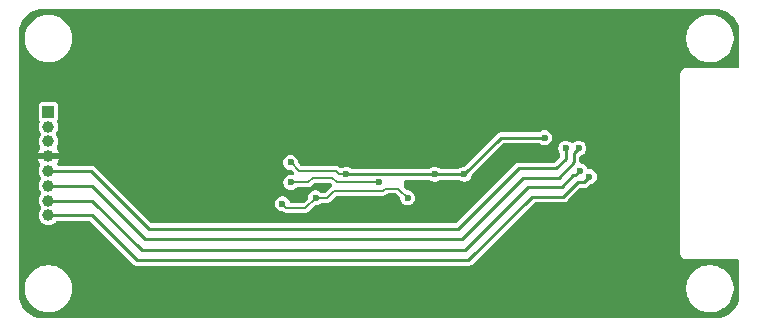
<source format=gbr>
%TF.GenerationSoftware,KiCad,Pcbnew,9.0.1+1*%
%TF.CreationDate,2025-05-28T20:00:13+08:00*%
%TF.ProjectId,audio_lab,61756469-6f5f-46c6-9162-2e6b69636164,rev?*%
%TF.SameCoordinates,Original*%
%TF.FileFunction,Copper,L2,Bot*%
%TF.FilePolarity,Positive*%
%FSLAX46Y46*%
G04 Gerber Fmt 4.6, Leading zero omitted, Abs format (unit mm)*
G04 Created by KiCad (PCBNEW 9.0.1+1) date 2025-05-28 20:00:13*
%MOMM*%
%LPD*%
G01*
G04 APERTURE LIST*
%TA.AperFunction,ComponentPad*%
%ADD10R,1.000000X1.000000*%
%TD*%
%TA.AperFunction,ComponentPad*%
%ADD11C,1.000000*%
%TD*%
%TA.AperFunction,ViaPad*%
%ADD12C,0.600000*%
%TD*%
%TA.AperFunction,Conductor*%
%ADD13C,0.152400*%
%TD*%
%TA.AperFunction,Conductor*%
%ADD14C,0.254000*%
%TD*%
G04 APERTURE END LIST*
D10*
%TO.P,J2,1,Pin_1*%
%TO.N,/AFE/AUD_CLK*%
X52600000Y-51325000D03*
D11*
%TO.P,J2,2,Pin_2*%
%TO.N,/AFE/AUD_DAT*%
X52600000Y-52575000D03*
%TO.P,J2,3,Pin_3*%
%TO.N,+3V3*%
X52600000Y-53825000D03*
%TO.P,J2,4,Pin_4*%
%TO.N,GND*%
X52600000Y-55075000D03*
%TO.P,J2,5,Pin_5*%
%TO.N,/AFE/LCD_CS*%
X52600000Y-56325000D03*
%TO.P,J2,6,Pin_6*%
%TO.N,/AFE/LCD_DC*%
X52600000Y-57575000D03*
%TO.P,J2,7,Pin_7*%
%TO.N,/AFE/LCD_CLK*%
X52600000Y-58825000D03*
%TO.P,J2,8,Pin_8*%
%TO.N,/AFE/LCD_DAT*%
X52600000Y-60075000D03*
%TD*%
D12*
%TO.N,GND*%
X97700000Y-58100000D03*
X80600000Y-43500000D03*
X73100000Y-43500000D03*
X83110000Y-50000000D03*
X80600000Y-67900000D03*
X94100000Y-62600000D03*
X98100000Y-47400000D03*
X98100000Y-64100000D03*
X81710000Y-58600000D03*
X95600000Y-43500000D03*
X73110000Y-50000000D03*
X73910000Y-58600000D03*
X87800000Y-54500000D03*
X80610000Y-50000000D03*
X87800000Y-59100000D03*
X83810000Y-53400000D03*
X103100000Y-50800000D03*
X76010000Y-57700000D03*
X103100000Y-43500000D03*
X58100000Y-50800000D03*
X83510000Y-57700000D03*
X65600000Y-67900000D03*
X72410000Y-46600000D03*
X52600000Y-48300000D03*
X88100000Y-43500000D03*
X88100000Y-67900000D03*
X103100000Y-67900000D03*
X80620000Y-55600000D03*
X101700000Y-57950000D03*
X75610000Y-50000000D03*
X84410000Y-46500000D03*
X78210000Y-46500000D03*
X58100000Y-43500000D03*
X94100000Y-54800000D03*
X95600000Y-67900000D03*
X65600000Y-43500000D03*
X72410000Y-52400000D03*
X79800000Y-59100000D03*
X103100000Y-60600000D03*
X52600000Y-63100000D03*
X58100000Y-67900000D03*
X73100000Y-67900000D03*
X76310000Y-53400000D03*
X94100000Y-52000000D03*
X94100000Y-59600000D03*
X94100000Y-64100000D03*
%TO.N,+3V3*%
X85310000Y-56600000D03*
X73100000Y-55600000D03*
X77810000Y-56600000D03*
X94600000Y-53500000D03*
X87800000Y-56600000D03*
%TO.N,/AFE/LCD_CLK*%
X97600000Y-56300000D03*
%TO.N,/AFE/LCD_CS*%
X96400000Y-54400000D03*
%TO.N,/AFE/LCD_DAT*%
X98400000Y-56800000D03*
%TO.N,/AFE/LCD_DC*%
X97500000Y-54400000D03*
%TO.N,/AFE/AUD_CLK*%
X73110000Y-57300000D03*
X80620000Y-57300000D03*
%TO.N,/AFE/AUD_DAT*%
X75210000Y-58600000D03*
X83010000Y-58600000D03*
X72400000Y-59100000D03*
%TD*%
D13*
%TO.N,+3V3*%
X73110000Y-55600000D02*
X73810000Y-56300000D01*
D14*
X94600000Y-53500000D02*
X90900000Y-53500000D01*
D13*
X77210000Y-56600000D02*
X77810000Y-56600000D01*
D14*
X77810000Y-56600000D02*
X85310000Y-56600000D01*
D13*
X73810000Y-56300000D02*
X76910000Y-56300000D01*
D14*
X85310000Y-56600000D02*
X87800000Y-56600000D01*
X90900000Y-53500000D02*
X87800000Y-56600000D01*
D13*
X76910000Y-56300000D02*
X77210000Y-56600000D01*
D14*
%TO.N,/AFE/LCD_CLK*%
X97600000Y-56300000D02*
X97200000Y-56700000D01*
X87900000Y-63000000D02*
X60500000Y-63000000D01*
X60500000Y-63000000D02*
X56325000Y-58825000D01*
X93200000Y-57700000D02*
X87900000Y-63000000D01*
X97050000Y-56700000D02*
X96050000Y-57700000D01*
X97200000Y-56700000D02*
X97050000Y-56700000D01*
X56325000Y-58825000D02*
X52600000Y-58825000D01*
X96050000Y-57700000D02*
X93200000Y-57700000D01*
%TO.N,/AFE/LCD_CS*%
X61100000Y-61200000D02*
X56225000Y-56325000D01*
X56225000Y-56325000D02*
X52600000Y-56325000D01*
X87300000Y-61200000D02*
X61100000Y-61200000D01*
X95600000Y-56100000D02*
X92400000Y-56100000D01*
X92400000Y-56100000D02*
X87300000Y-61200000D01*
X96400000Y-54400000D02*
X96400000Y-55300000D01*
X96400000Y-55300000D02*
X95600000Y-56100000D01*
%TO.N,/AFE/LCD_DAT*%
X88150000Y-63900000D02*
X93550000Y-58500000D01*
X97400000Y-57300000D02*
X97900000Y-57300000D01*
X56275002Y-60075000D02*
X60100002Y-63900000D01*
X97900000Y-57300000D02*
X98400000Y-56800000D01*
X96200000Y-58500000D02*
X97400000Y-57300000D01*
X52600000Y-60075000D02*
X56275002Y-60075000D01*
X93550000Y-58500000D02*
X96200000Y-58500000D01*
X60100002Y-63900000D02*
X88150000Y-63900000D01*
%TO.N,/AFE/LCD_DC*%
X87600000Y-62100000D02*
X92800000Y-56900000D01*
X97100000Y-55600000D02*
X97100000Y-54800000D01*
X56275000Y-57575000D02*
X60800000Y-62100000D01*
X97100000Y-54800000D02*
X97500000Y-54400000D01*
X92800000Y-56900000D02*
X95800000Y-56900000D01*
X95800000Y-56900000D02*
X97100000Y-55600000D01*
X60800000Y-62100000D02*
X87600000Y-62100000D01*
X52600000Y-57575000D02*
X56275000Y-57575000D01*
D13*
%TO.N,/AFE/AUD_CLK*%
X74600000Y-57300000D02*
X75000000Y-56900000D01*
X73110000Y-57300000D02*
X74600000Y-57300000D01*
X77010000Y-57300000D02*
X80620000Y-57300000D01*
X75000000Y-56900000D02*
X76610000Y-56900000D01*
X76610000Y-56900000D02*
X77010000Y-57300000D01*
%TO.N,/AFE/AUD_DAT*%
X72400000Y-59100000D02*
X72750000Y-59450000D01*
X74360000Y-59450000D02*
X75210000Y-58600000D01*
X80910000Y-58000000D02*
X81087200Y-57822800D01*
X76200000Y-58600000D02*
X76800000Y-58000000D01*
X72750000Y-59450000D02*
X74360000Y-59450000D01*
X81087200Y-57822800D02*
X82232800Y-57822800D01*
X82232800Y-57822800D02*
X83010000Y-58600000D01*
X75210000Y-58600000D02*
X76200000Y-58600000D01*
X76800000Y-58000000D02*
X80910000Y-58000000D01*
%TD*%
%TA.AperFunction,Conductor*%
%TO.N,GND*%
G36*
X109104866Y-42600818D02*
G01*
X109351246Y-42616967D01*
X109370562Y-42619510D01*
X109607934Y-42666726D01*
X109626752Y-42671769D01*
X109855932Y-42749566D01*
X109873938Y-42757024D01*
X110090990Y-42864062D01*
X110107869Y-42873807D01*
X110309100Y-43008266D01*
X110324557Y-43020126D01*
X110506528Y-43179710D01*
X110520289Y-43193471D01*
X110679869Y-43375437D01*
X110691733Y-43390899D01*
X110826192Y-43592130D01*
X110835937Y-43609009D01*
X110942975Y-43826061D01*
X110950433Y-43844067D01*
X111028230Y-44073247D01*
X111033275Y-44092074D01*
X111080488Y-44329434D01*
X111083032Y-44348757D01*
X111099181Y-44595133D01*
X111099500Y-44604878D01*
X111099500Y-47450500D01*
X111079538Y-47525000D01*
X111025000Y-47579538D01*
X110950500Y-47599500D01*
X106665892Y-47599500D01*
X106534108Y-47599500D01*
X106406814Y-47633608D01*
X106406812Y-47633608D01*
X106406812Y-47633609D01*
X106292689Y-47699497D01*
X106199497Y-47792689D01*
X106133609Y-47906812D01*
X106099500Y-48034106D01*
X106099500Y-48034108D01*
X106099500Y-63234108D01*
X106099500Y-63365892D01*
X106133608Y-63493186D01*
X106133609Y-63493187D01*
X106199497Y-63607310D01*
X106199498Y-63607311D01*
X106199500Y-63607314D01*
X106292686Y-63700500D01*
X106406814Y-63766392D01*
X106534108Y-63800500D01*
X110950500Y-63800500D01*
X111025000Y-63820462D01*
X111079538Y-63875000D01*
X111099500Y-63949500D01*
X111099500Y-66795121D01*
X111099181Y-66804866D01*
X111083032Y-67051242D01*
X111080488Y-67070565D01*
X111033275Y-67307925D01*
X111028230Y-67326752D01*
X110950433Y-67555932D01*
X110942975Y-67573938D01*
X110835937Y-67790990D01*
X110826192Y-67807869D01*
X110691733Y-68009100D01*
X110679869Y-68024562D01*
X110520300Y-68206517D01*
X110506517Y-68220300D01*
X110324562Y-68379869D01*
X110309100Y-68391733D01*
X110107869Y-68526192D01*
X110090990Y-68535937D01*
X109873938Y-68642975D01*
X109855932Y-68650433D01*
X109626752Y-68728230D01*
X109607925Y-68733275D01*
X109370565Y-68780488D01*
X109351243Y-68783032D01*
X109127312Y-68797709D01*
X109104865Y-68799181D01*
X109095122Y-68799500D01*
X52104878Y-68799500D01*
X52095133Y-68799181D01*
X51848757Y-68783032D01*
X51829434Y-68780488D01*
X51592074Y-68733275D01*
X51573247Y-68728230D01*
X51344067Y-68650433D01*
X51326061Y-68642975D01*
X51109009Y-68535937D01*
X51092130Y-68526192D01*
X50890899Y-68391733D01*
X50875437Y-68379869D01*
X50693471Y-68220289D01*
X50679710Y-68206528D01*
X50520126Y-68024557D01*
X50508266Y-68009100D01*
X50373807Y-67807869D01*
X50364062Y-67790990D01*
X50257024Y-67573938D01*
X50249566Y-67555932D01*
X50171769Y-67326752D01*
X50166726Y-67307934D01*
X50119510Y-67070562D01*
X50116967Y-67051242D01*
X50109965Y-66944416D01*
X50100819Y-66804866D01*
X50100500Y-66795121D01*
X50100500Y-66168876D01*
X50599500Y-66168876D01*
X50599500Y-66431123D01*
X50633728Y-66691107D01*
X50633728Y-66691110D01*
X50701600Y-66944415D01*
X50701600Y-66944416D01*
X50801959Y-67186701D01*
X50933078Y-67413806D01*
X50933078Y-67413807D01*
X51092715Y-67621848D01*
X51278151Y-67807284D01*
X51486193Y-67966921D01*
X51486197Y-67966924D01*
X51713303Y-68098043D01*
X51917809Y-68182752D01*
X51955583Y-68198399D01*
X52013286Y-68213860D01*
X52208884Y-68266270D01*
X52208890Y-68266270D01*
X52208891Y-68266271D01*
X52245834Y-68271134D01*
X52468877Y-68300499D01*
X52468878Y-68300500D01*
X52468880Y-68300500D01*
X52731122Y-68300500D01*
X52731122Y-68300499D01*
X52991108Y-68266271D01*
X52991110Y-68266271D01*
X52991111Y-68266270D01*
X52991116Y-68266270D01*
X53244415Y-68198399D01*
X53244416Y-68198399D01*
X53244417Y-68198398D01*
X53244419Y-68198398D01*
X53486697Y-68098043D01*
X53713803Y-67966924D01*
X53921848Y-67807284D01*
X53921849Y-67807284D01*
X54107284Y-67621849D01*
X54107284Y-67621848D01*
X54150771Y-67565176D01*
X54266924Y-67413803D01*
X54398043Y-67186697D01*
X54498398Y-66944419D01*
X54566270Y-66691116D01*
X54600500Y-66431120D01*
X54600500Y-66168880D01*
X54600499Y-66168876D01*
X106599500Y-66168876D01*
X106599500Y-66431123D01*
X106633728Y-66691107D01*
X106633728Y-66691110D01*
X106701600Y-66944415D01*
X106701600Y-66944416D01*
X106801959Y-67186701D01*
X106933078Y-67413806D01*
X106933078Y-67413807D01*
X107092715Y-67621848D01*
X107278151Y-67807284D01*
X107486193Y-67966921D01*
X107486197Y-67966924D01*
X107713303Y-68098043D01*
X107917809Y-68182752D01*
X107955583Y-68198399D01*
X108013286Y-68213860D01*
X108208884Y-68266270D01*
X108208890Y-68266270D01*
X108208891Y-68266271D01*
X108245834Y-68271134D01*
X108468877Y-68300499D01*
X108468878Y-68300500D01*
X108468880Y-68300500D01*
X108731122Y-68300500D01*
X108731122Y-68300499D01*
X108991108Y-68266271D01*
X108991110Y-68266271D01*
X108991111Y-68266270D01*
X108991116Y-68266270D01*
X109244415Y-68198399D01*
X109244416Y-68198399D01*
X109244417Y-68198398D01*
X109244419Y-68198398D01*
X109486697Y-68098043D01*
X109713803Y-67966924D01*
X109921848Y-67807284D01*
X109921849Y-67807284D01*
X110107284Y-67621849D01*
X110107284Y-67621848D01*
X110150771Y-67565176D01*
X110266924Y-67413803D01*
X110398043Y-67186697D01*
X110498398Y-66944419D01*
X110566270Y-66691116D01*
X110600500Y-66431120D01*
X110600500Y-66168880D01*
X110566270Y-65908884D01*
X110523242Y-65748302D01*
X110498399Y-65655584D01*
X110498399Y-65655583D01*
X110482752Y-65617809D01*
X110398043Y-65413303D01*
X110266924Y-65186197D01*
X110266921Y-65186193D01*
X110266921Y-65186192D01*
X110107284Y-64978151D01*
X109921848Y-64792715D01*
X109713806Y-64633078D01*
X109486701Y-64501959D01*
X109486699Y-64501958D01*
X109486697Y-64501957D01*
X109411154Y-64470666D01*
X109244416Y-64401600D01*
X109018255Y-64341002D01*
X108991116Y-64333730D01*
X108991114Y-64333729D01*
X108991108Y-64333728D01*
X108731123Y-64299500D01*
X108731120Y-64299500D01*
X108468880Y-64299500D01*
X108468876Y-64299500D01*
X108208892Y-64333728D01*
X108208889Y-64333728D01*
X107955584Y-64401600D01*
X107955583Y-64401600D01*
X107713298Y-64501959D01*
X107486193Y-64633078D01*
X107486192Y-64633078D01*
X107278151Y-64792715D01*
X107278151Y-64792716D01*
X107278149Y-64792718D01*
X107092718Y-64978149D01*
X107092716Y-64978151D01*
X107092715Y-64978151D01*
X106933078Y-65186192D01*
X106933078Y-65186193D01*
X106801959Y-65413298D01*
X106701600Y-65655583D01*
X106701600Y-65655584D01*
X106633728Y-65908889D01*
X106633728Y-65908892D01*
X106599500Y-66168876D01*
X54600499Y-66168876D01*
X54566270Y-65908884D01*
X54523242Y-65748302D01*
X54498399Y-65655584D01*
X54498399Y-65655583D01*
X54482752Y-65617809D01*
X54398043Y-65413303D01*
X54266924Y-65186197D01*
X54266921Y-65186193D01*
X54266921Y-65186192D01*
X54107284Y-64978151D01*
X53921848Y-64792715D01*
X53713806Y-64633078D01*
X53486701Y-64501959D01*
X53486699Y-64501958D01*
X53486697Y-64501957D01*
X53411154Y-64470666D01*
X53244416Y-64401600D01*
X53018255Y-64341002D01*
X52991116Y-64333730D01*
X52991114Y-64333729D01*
X52991108Y-64333728D01*
X52731123Y-64299500D01*
X52731120Y-64299500D01*
X52468880Y-64299500D01*
X52468876Y-64299500D01*
X52208892Y-64333728D01*
X52208889Y-64333728D01*
X51955584Y-64401600D01*
X51955583Y-64401600D01*
X51713298Y-64501959D01*
X51486193Y-64633078D01*
X51486192Y-64633078D01*
X51278151Y-64792715D01*
X51278151Y-64792716D01*
X51278149Y-64792718D01*
X51092718Y-64978149D01*
X51092716Y-64978151D01*
X51092715Y-64978151D01*
X50933078Y-65186192D01*
X50933078Y-65186193D01*
X50801959Y-65413298D01*
X50701600Y-65655583D01*
X50701600Y-65655584D01*
X50633728Y-65908889D01*
X50633728Y-65908892D01*
X50599500Y-66168876D01*
X50100500Y-66168876D01*
X50100500Y-54824999D01*
X51681115Y-54824999D01*
X51681116Y-54825000D01*
X52433012Y-54825000D01*
X52415795Y-54834940D01*
X52359940Y-54890795D01*
X52320444Y-54959204D01*
X52300000Y-55035504D01*
X52300000Y-55114496D01*
X52320444Y-55190796D01*
X52359940Y-55259205D01*
X52415795Y-55315060D01*
X52433012Y-55325000D01*
X51681116Y-55325000D01*
X51686507Y-55352100D01*
X51686509Y-55352108D01*
X51758118Y-55524989D01*
X51758123Y-55524998D01*
X51862086Y-55680588D01*
X51862090Y-55680593D01*
X51877325Y-55695828D01*
X51915889Y-55762623D01*
X51915889Y-55839751D01*
X51895855Y-55883967D01*
X51864024Y-55931605D01*
X51864018Y-55931615D01*
X51801415Y-56082753D01*
X51769500Y-56243203D01*
X51769500Y-56406796D01*
X51801415Y-56567246D01*
X51864018Y-56718384D01*
X51864023Y-56718394D01*
X51924820Y-56809381D01*
X51954909Y-56854413D01*
X51954911Y-56854415D01*
X51955787Y-56855483D01*
X51956129Y-56856238D01*
X51958976Y-56860499D01*
X51958272Y-56860969D01*
X51987614Y-56925739D01*
X51980048Y-57002495D01*
X51958764Y-57039359D01*
X51958976Y-57039501D01*
X51956820Y-57042727D01*
X51955787Y-57044517D01*
X51954911Y-57045584D01*
X51864023Y-57181605D01*
X51864018Y-57181615D01*
X51801415Y-57332753D01*
X51769500Y-57493203D01*
X51769500Y-57656796D01*
X51801415Y-57817246D01*
X51864018Y-57968384D01*
X51864023Y-57968394D01*
X51924820Y-58059381D01*
X51954909Y-58104413D01*
X51954911Y-58104415D01*
X51955787Y-58105483D01*
X51956129Y-58106238D01*
X51958976Y-58110499D01*
X51958272Y-58110969D01*
X51987614Y-58175739D01*
X51980048Y-58252495D01*
X51958764Y-58289359D01*
X51958976Y-58289501D01*
X51956820Y-58292727D01*
X51955787Y-58294517D01*
X51954911Y-58295584D01*
X51864023Y-58431605D01*
X51864018Y-58431615D01*
X51801415Y-58582753D01*
X51769500Y-58743203D01*
X51769500Y-58906797D01*
X51773384Y-58926322D01*
X51801415Y-59067246D01*
X51864018Y-59218384D01*
X51864023Y-59218394D01*
X51924820Y-59309381D01*
X51954909Y-59354413D01*
X51954911Y-59354415D01*
X51955787Y-59355483D01*
X51956129Y-59356238D01*
X51958976Y-59360499D01*
X51958272Y-59360969D01*
X51987614Y-59425739D01*
X51980048Y-59502495D01*
X51958764Y-59539359D01*
X51958976Y-59539501D01*
X51956820Y-59542727D01*
X51955787Y-59544517D01*
X51954911Y-59545584D01*
X51864023Y-59681605D01*
X51864018Y-59681615D01*
X51801415Y-59832753D01*
X51769500Y-59993203D01*
X51769500Y-60156796D01*
X51801415Y-60317246D01*
X51864018Y-60468384D01*
X51864023Y-60468394D01*
X51936018Y-60576141D01*
X51954909Y-60604413D01*
X52070587Y-60720091D01*
X52104125Y-60742500D01*
X52206605Y-60810976D01*
X52206615Y-60810981D01*
X52250881Y-60829316D01*
X52357752Y-60873584D01*
X52518203Y-60905500D01*
X52518204Y-60905500D01*
X52681796Y-60905500D01*
X52681797Y-60905500D01*
X52842248Y-60873584D01*
X52993389Y-60810979D01*
X52993391Y-60810977D01*
X52993394Y-60810976D01*
X53021038Y-60792504D01*
X53129413Y-60720091D01*
X53245091Y-60604413D01*
X53248898Y-60598716D01*
X53306887Y-60547864D01*
X53372784Y-60532500D01*
X56023781Y-60532500D01*
X56098281Y-60552462D01*
X56129140Y-60576141D01*
X59819090Y-64266091D01*
X59819092Y-64266092D01*
X59819096Y-64266095D01*
X59923412Y-64326322D01*
X59923415Y-64326324D01*
X60039765Y-64357499D01*
X60039769Y-64357499D01*
X60039771Y-64357500D01*
X60039773Y-64357500D01*
X88210231Y-64357500D01*
X88326589Y-64326322D01*
X88430912Y-64266091D01*
X88516091Y-64180912D01*
X93695862Y-59001141D01*
X93762657Y-58962577D01*
X93801221Y-58957500D01*
X96260231Y-58957500D01*
X96376589Y-58926322D01*
X96480912Y-58866091D01*
X96566091Y-58780912D01*
X97545862Y-57801141D01*
X97612657Y-57762577D01*
X97651221Y-57757500D01*
X97960231Y-57757500D01*
X98076589Y-57726322D01*
X98180912Y-57666091D01*
X98266091Y-57580912D01*
X98266091Y-57580911D01*
X98287039Y-57559964D01*
X98287043Y-57559958D01*
X98373825Y-57473177D01*
X98440619Y-57434615D01*
X98454936Y-57432010D01*
X98454920Y-57431928D01*
X98462099Y-57430500D01*
X98583910Y-57406271D01*
X98698654Y-57358742D01*
X98801920Y-57289742D01*
X98889742Y-57201920D01*
X98958742Y-57098654D01*
X99006271Y-56983910D01*
X99030500Y-56862099D01*
X99030500Y-56737901D01*
X99006271Y-56616090D01*
X98958742Y-56501346D01*
X98889742Y-56398080D01*
X98801920Y-56310258D01*
X98698654Y-56241258D01*
X98698651Y-56241257D01*
X98698649Y-56241255D01*
X98614186Y-56206270D01*
X98583910Y-56193729D01*
X98583908Y-56193728D01*
X98583907Y-56193728D01*
X98462099Y-56169500D01*
X98337901Y-56169500D01*
X98330582Y-56169500D01*
X98330582Y-56167046D01*
X98266514Y-56156445D01*
X98206911Y-56107495D01*
X98190397Y-56077767D01*
X98158745Y-56001353D01*
X98158744Y-56001352D01*
X98158742Y-56001346D01*
X98089742Y-55898080D01*
X98001920Y-55810258D01*
X97898654Y-55741258D01*
X97898651Y-55741257D01*
X97898649Y-55741255D01*
X97788977Y-55695828D01*
X97783910Y-55693729D01*
X97783908Y-55693728D01*
X97677431Y-55672549D01*
X97608257Y-55638436D01*
X97565407Y-55574306D01*
X97557500Y-55526412D01*
X97557500Y-55153696D01*
X97577462Y-55079196D01*
X97632000Y-55024658D01*
X97677434Y-55007559D01*
X97683910Y-55006271D01*
X97798654Y-54958742D01*
X97901920Y-54889742D01*
X97989742Y-54801920D01*
X98058742Y-54698654D01*
X98106271Y-54583910D01*
X98130500Y-54462099D01*
X98130500Y-54337901D01*
X98106271Y-54216090D01*
X98058742Y-54101346D01*
X97989742Y-53998080D01*
X97901920Y-53910258D01*
X97798654Y-53841258D01*
X97798651Y-53841257D01*
X97798649Y-53841255D01*
X97719294Y-53808385D01*
X97683910Y-53793729D01*
X97683908Y-53793728D01*
X97683907Y-53793728D01*
X97562099Y-53769500D01*
X97437901Y-53769500D01*
X97316092Y-53793728D01*
X97316090Y-53793729D01*
X97201350Y-53841255D01*
X97201346Y-53841258D01*
X97103262Y-53906796D01*
X97098076Y-53910261D01*
X97055359Y-53952979D01*
X96988564Y-53991543D01*
X96911436Y-53991543D01*
X96844641Y-53952979D01*
X96801923Y-53910261D01*
X96801920Y-53910258D01*
X96698654Y-53841258D01*
X96698651Y-53841257D01*
X96698649Y-53841255D01*
X96619294Y-53808385D01*
X96583910Y-53793729D01*
X96583908Y-53793728D01*
X96583907Y-53793728D01*
X96462099Y-53769500D01*
X96337901Y-53769500D01*
X96216092Y-53793728D01*
X96216090Y-53793729D01*
X96101350Y-53841255D01*
X96101346Y-53841258D01*
X96003262Y-53906796D01*
X95998076Y-53910261D01*
X95910261Y-53998076D01*
X95841258Y-54101346D01*
X95841255Y-54101350D01*
X95793729Y-54216090D01*
X95793728Y-54216092D01*
X95769500Y-54337900D01*
X95769500Y-54462099D01*
X95793728Y-54583907D01*
X95793729Y-54583909D01*
X95841255Y-54698649D01*
X95841257Y-54698651D01*
X95841258Y-54698654D01*
X95910258Y-54801920D01*
X95910261Y-54801923D01*
X95914325Y-54808005D01*
X95912774Y-54809040D01*
X95913782Y-54811263D01*
X95922538Y-54820019D01*
X95929464Y-54845868D01*
X95940508Y-54870238D01*
X95942500Y-54894519D01*
X95942500Y-55048779D01*
X95922538Y-55123279D01*
X95898859Y-55154138D01*
X95454138Y-55598859D01*
X95387343Y-55637423D01*
X95348779Y-55642500D01*
X92339769Y-55642500D01*
X92223411Y-55673678D01*
X92223409Y-55673678D01*
X92223409Y-55673679D01*
X92132229Y-55726322D01*
X92132228Y-55726322D01*
X92119094Y-55733904D01*
X92119090Y-55733907D01*
X87154138Y-60698859D01*
X87087343Y-60737423D01*
X87048779Y-60742500D01*
X61351221Y-60742500D01*
X61276721Y-60722538D01*
X61245862Y-60698859D01*
X59682943Y-59135940D01*
X59584903Y-59037900D01*
X71769500Y-59037900D01*
X71769500Y-59162099D01*
X71793728Y-59283907D01*
X71793729Y-59283909D01*
X71841255Y-59398649D01*
X71841257Y-59398651D01*
X71841258Y-59398654D01*
X71910258Y-59501920D01*
X71998080Y-59589742D01*
X72101346Y-59658742D01*
X72101348Y-59658743D01*
X72101350Y-59658744D01*
X72130662Y-59670885D01*
X72216090Y-59706271D01*
X72337901Y-59730500D01*
X72393621Y-59730500D01*
X72468121Y-59750462D01*
X72477136Y-59756105D01*
X72488918Y-59764079D01*
X72500280Y-59775441D01*
X72532578Y-59794088D01*
X72537198Y-59796755D01*
X72537202Y-59796758D01*
X72593016Y-59828982D01*
X72593020Y-59828984D01*
X72696457Y-59856700D01*
X74413544Y-59856700D01*
X74516981Y-59828984D01*
X74609720Y-59775441D01*
X75111019Y-59274140D01*
X75177814Y-59235577D01*
X75216378Y-59230500D01*
X75272099Y-59230500D01*
X75393910Y-59206271D01*
X75508654Y-59158742D01*
X75611920Y-59089742D01*
X75651321Y-59050341D01*
X75718116Y-59011777D01*
X75756680Y-59006700D01*
X76253544Y-59006700D01*
X76356981Y-58978984D01*
X76449720Y-58925441D01*
X76924820Y-58450341D01*
X76991615Y-58411777D01*
X77030179Y-58406700D01*
X80963544Y-58406700D01*
X81066981Y-58378984D01*
X81159720Y-58325441D01*
X81212021Y-58273140D01*
X81278816Y-58234577D01*
X81317379Y-58229500D01*
X82002621Y-58229500D01*
X82077121Y-58249462D01*
X82107980Y-58273141D01*
X82335859Y-58501020D01*
X82374423Y-58567815D01*
X82379500Y-58606379D01*
X82379500Y-58662099D01*
X82403132Y-58780912D01*
X82403729Y-58783910D01*
X82410953Y-58801350D01*
X82451255Y-58898649D01*
X82451257Y-58898651D01*
X82451258Y-58898654D01*
X82520258Y-59001920D01*
X82608080Y-59089742D01*
X82711346Y-59158742D01*
X82711348Y-59158743D01*
X82711350Y-59158744D01*
X82719450Y-59162099D01*
X82826090Y-59206271D01*
X82947901Y-59230500D01*
X83072099Y-59230500D01*
X83193910Y-59206271D01*
X83308654Y-59158742D01*
X83411920Y-59089742D01*
X83499742Y-59001920D01*
X83568742Y-58898654D01*
X83616271Y-58783910D01*
X83640500Y-58662099D01*
X83640500Y-58537901D01*
X83616271Y-58416090D01*
X83578067Y-58323859D01*
X83568744Y-58301350D01*
X83568743Y-58301348D01*
X83568742Y-58301346D01*
X83499742Y-58198080D01*
X83411920Y-58110258D01*
X83308654Y-58041258D01*
X83308651Y-58041257D01*
X83308649Y-58041255D01*
X83229294Y-58008385D01*
X83193910Y-57993729D01*
X83193908Y-57993728D01*
X83193907Y-57993728D01*
X83072099Y-57969500D01*
X83016379Y-57969500D01*
X82997431Y-57964423D01*
X82977815Y-57964423D01*
X82960827Y-57954615D01*
X82941879Y-57949538D01*
X82911020Y-57925859D01*
X82743641Y-57758480D01*
X82705077Y-57691685D01*
X82700000Y-57653121D01*
X82700000Y-57206500D01*
X82719962Y-57132000D01*
X82774500Y-57077462D01*
X82849000Y-57057500D01*
X84815480Y-57057500D01*
X84889980Y-57077462D01*
X84901948Y-57085744D01*
X84901995Y-57085675D01*
X84908076Y-57089738D01*
X84908080Y-57089742D01*
X85011346Y-57158742D01*
X85011348Y-57158743D01*
X85011350Y-57158744D01*
X85040662Y-57170885D01*
X85126090Y-57206271D01*
X85247901Y-57230500D01*
X85372099Y-57230500D01*
X85493910Y-57206271D01*
X85608654Y-57158742D01*
X85711920Y-57089742D01*
X85711923Y-57089738D01*
X85718005Y-57085675D01*
X85719038Y-57087221D01*
X85780258Y-57059489D01*
X85804520Y-57057500D01*
X87305480Y-57057500D01*
X87379980Y-57077462D01*
X87391948Y-57085744D01*
X87391995Y-57085675D01*
X87398076Y-57089738D01*
X87398080Y-57089742D01*
X87501346Y-57158742D01*
X87501348Y-57158743D01*
X87501350Y-57158744D01*
X87530662Y-57170885D01*
X87616090Y-57206271D01*
X87737901Y-57230500D01*
X87862099Y-57230500D01*
X87983910Y-57206271D01*
X88098654Y-57158742D01*
X88201920Y-57089742D01*
X88289742Y-57001920D01*
X88358742Y-56898654D01*
X88406271Y-56783910D01*
X88430500Y-56662099D01*
X88431928Y-56654920D01*
X88433755Y-56655283D01*
X88457418Y-56592402D01*
X88473173Y-56573829D01*
X91045862Y-54001141D01*
X91112657Y-53962577D01*
X91151221Y-53957500D01*
X94105480Y-53957500D01*
X94179980Y-53977462D01*
X94191948Y-53985744D01*
X94191995Y-53985675D01*
X94198076Y-53989738D01*
X94198080Y-53989742D01*
X94301346Y-54058742D01*
X94301348Y-54058743D01*
X94301350Y-54058744D01*
X94321876Y-54067246D01*
X94416090Y-54106271D01*
X94537901Y-54130500D01*
X94662099Y-54130500D01*
X94783910Y-54106271D01*
X94898654Y-54058742D01*
X95001920Y-53989742D01*
X95089742Y-53901920D01*
X95158742Y-53798654D01*
X95206271Y-53683910D01*
X95230500Y-53562099D01*
X95230500Y-53437901D01*
X95206271Y-53316090D01*
X95158742Y-53201346D01*
X95089742Y-53098080D01*
X95001920Y-53010258D01*
X94898654Y-52941258D01*
X94898651Y-52941257D01*
X94898649Y-52941255D01*
X94819294Y-52908385D01*
X94783910Y-52893729D01*
X94783908Y-52893728D01*
X94783907Y-52893728D01*
X94662099Y-52869500D01*
X94537901Y-52869500D01*
X94416092Y-52893728D01*
X94416090Y-52893729D01*
X94301350Y-52941255D01*
X94301346Y-52941258D01*
X94198080Y-53010258D01*
X94198076Y-53010261D01*
X94191995Y-53014325D01*
X94190961Y-53012778D01*
X94129742Y-53040511D01*
X94105480Y-53042500D01*
X90839769Y-53042500D01*
X90723411Y-53073678D01*
X90723409Y-53073678D01*
X90723409Y-53073679D01*
X90619353Y-53133756D01*
X90619090Y-53133907D01*
X87826176Y-55926820D01*
X87759381Y-55965384D01*
X87745063Y-55967990D01*
X87745080Y-55968072D01*
X87616092Y-55993728D01*
X87616090Y-55993729D01*
X87501350Y-56041255D01*
X87501346Y-56041258D01*
X87398080Y-56110258D01*
X87398076Y-56110261D01*
X87391995Y-56114325D01*
X87390961Y-56112778D01*
X87329742Y-56140511D01*
X87305480Y-56142500D01*
X85804520Y-56142500D01*
X85730020Y-56122538D01*
X85718051Y-56114255D01*
X85718005Y-56114325D01*
X85711923Y-56110261D01*
X85711920Y-56110258D01*
X85608654Y-56041258D01*
X85608651Y-56041257D01*
X85608649Y-56041255D01*
X85529294Y-56008385D01*
X85493910Y-55993729D01*
X85493908Y-55993728D01*
X85493907Y-55993728D01*
X85372099Y-55969500D01*
X85247901Y-55969500D01*
X85126092Y-55993728D01*
X85126090Y-55993729D01*
X85011350Y-56041255D01*
X85011346Y-56041258D01*
X84908080Y-56110258D01*
X84908076Y-56110261D01*
X84901995Y-56114325D01*
X84900961Y-56112778D01*
X84839742Y-56140511D01*
X84815480Y-56142500D01*
X78304520Y-56142500D01*
X78230020Y-56122538D01*
X78218051Y-56114255D01*
X78218005Y-56114325D01*
X78211923Y-56110261D01*
X78211920Y-56110258D01*
X78108654Y-56041258D01*
X78108651Y-56041257D01*
X78108649Y-56041255D01*
X78029294Y-56008385D01*
X77993910Y-55993729D01*
X77993908Y-55993728D01*
X77993907Y-55993728D01*
X77872099Y-55969500D01*
X77747901Y-55969500D01*
X77626092Y-55993728D01*
X77626090Y-55993729D01*
X77511350Y-56041255D01*
X77511340Y-56041261D01*
X77442217Y-56087448D01*
X77369182Y-56112240D01*
X77293536Y-56097193D01*
X77254081Y-56068920D01*
X77159720Y-55974559D01*
X77159717Y-55974557D01*
X77159716Y-55974556D01*
X77066984Y-55921017D01*
X77066981Y-55921016D01*
X76963544Y-55893300D01*
X74040179Y-55893300D01*
X74021231Y-55888223D01*
X74001615Y-55888223D01*
X73984627Y-55878415D01*
X73965679Y-55873338D01*
X73934820Y-55849659D01*
X73774141Y-55688980D01*
X73735577Y-55622185D01*
X73730500Y-55583621D01*
X73730500Y-55537900D01*
X73706271Y-55416092D01*
X73706271Y-55416090D01*
X73658742Y-55301346D01*
X73589742Y-55198080D01*
X73501920Y-55110258D01*
X73398654Y-55041258D01*
X73398651Y-55041257D01*
X73398649Y-55041255D01*
X73314186Y-55006270D01*
X73283910Y-54993729D01*
X73283908Y-54993728D01*
X73283907Y-54993728D01*
X73162099Y-54969500D01*
X73037901Y-54969500D01*
X72916092Y-54993728D01*
X72916090Y-54993729D01*
X72801350Y-55041255D01*
X72801346Y-55041258D01*
X72698076Y-55110261D01*
X72610261Y-55198076D01*
X72541258Y-55301346D01*
X72541255Y-55301350D01*
X72493729Y-55416090D01*
X72493728Y-55416092D01*
X72469500Y-55537900D01*
X72469500Y-55662099D01*
X72485244Y-55741255D01*
X72493729Y-55783910D01*
X72498566Y-55795587D01*
X72541255Y-55898649D01*
X72541257Y-55898651D01*
X72541258Y-55898654D01*
X72610258Y-56001920D01*
X72698080Y-56089742D01*
X72801346Y-56158742D01*
X72801348Y-56158743D01*
X72801350Y-56158744D01*
X72821393Y-56167046D01*
X72916090Y-56206271D01*
X73037901Y-56230500D01*
X73103621Y-56230500D01*
X73122569Y-56235577D01*
X73142185Y-56235577D01*
X73159172Y-56245384D01*
X73178121Y-56250462D01*
X73208980Y-56274141D01*
X73364343Y-56429504D01*
X73402907Y-56496299D01*
X73402907Y-56573427D01*
X73364343Y-56640222D01*
X73297548Y-56678786D01*
X73229917Y-56681000D01*
X73172100Y-56669500D01*
X73172099Y-56669500D01*
X73047901Y-56669500D01*
X72926092Y-56693728D01*
X72926090Y-56693729D01*
X72811350Y-56741255D01*
X72811346Y-56741258D01*
X72708076Y-56810261D01*
X72620261Y-56898076D01*
X72620258Y-56898079D01*
X72620258Y-56898080D01*
X72601777Y-56925739D01*
X72551258Y-57001346D01*
X72551255Y-57001350D01*
X72503729Y-57116090D01*
X72503728Y-57116092D01*
X72485791Y-57206271D01*
X72479500Y-57237901D01*
X72479500Y-57362099D01*
X72503729Y-57483910D01*
X72514206Y-57509203D01*
X72551255Y-57598649D01*
X72551257Y-57598651D01*
X72551258Y-57598654D01*
X72620258Y-57701920D01*
X72708080Y-57789742D01*
X72811346Y-57858742D01*
X72811348Y-57858743D01*
X72811350Y-57858744D01*
X72840662Y-57870885D01*
X72926090Y-57906271D01*
X73047901Y-57930500D01*
X73172099Y-57930500D01*
X73293910Y-57906271D01*
X73408654Y-57858742D01*
X73511920Y-57789742D01*
X73551321Y-57750341D01*
X73618116Y-57711777D01*
X73656680Y-57706700D01*
X74653544Y-57706700D01*
X74756981Y-57678984D01*
X74849720Y-57625441D01*
X75124820Y-57350341D01*
X75191615Y-57311777D01*
X75230179Y-57306700D01*
X76379821Y-57306700D01*
X76398769Y-57311777D01*
X76418385Y-57311777D01*
X76435372Y-57321584D01*
X76454321Y-57326662D01*
X76485180Y-57350341D01*
X76577247Y-57442408D01*
X76615811Y-57509203D01*
X76615811Y-57586331D01*
X76577247Y-57653126D01*
X76557677Y-57668144D01*
X76558034Y-57668609D01*
X76550282Y-57674557D01*
X76075180Y-58149659D01*
X76058192Y-58159466D01*
X76044321Y-58173338D01*
X76025372Y-58178415D01*
X76008385Y-58188223D01*
X75969821Y-58193300D01*
X75756680Y-58193300D01*
X75682180Y-58173338D01*
X75651321Y-58149659D01*
X75611923Y-58110261D01*
X75611920Y-58110258D01*
X75508654Y-58041258D01*
X75508651Y-58041257D01*
X75508649Y-58041255D01*
X75429294Y-58008385D01*
X75393910Y-57993729D01*
X75393908Y-57993728D01*
X75393907Y-57993728D01*
X75272099Y-57969500D01*
X75147901Y-57969500D01*
X75026092Y-57993728D01*
X75026090Y-57993729D01*
X74911350Y-58041255D01*
X74911346Y-58041258D01*
X74814097Y-58106238D01*
X74808076Y-58110261D01*
X74720261Y-58198076D01*
X74720258Y-58198079D01*
X74720258Y-58198080D01*
X74659267Y-58289359D01*
X74651258Y-58301346D01*
X74651255Y-58301350D01*
X74603729Y-58416090D01*
X74603728Y-58416092D01*
X74579500Y-58537900D01*
X74579500Y-58593621D01*
X74559538Y-58668121D01*
X74535859Y-58698980D01*
X74235180Y-58999659D01*
X74168385Y-59038223D01*
X74129821Y-59043300D01*
X73153856Y-59043300D01*
X73079356Y-59023338D01*
X73024818Y-58968800D01*
X73007720Y-58923372D01*
X73006272Y-58916096D01*
X73006271Y-58916092D01*
X73006271Y-58916090D01*
X72958742Y-58801346D01*
X72889742Y-58698080D01*
X72801920Y-58610258D01*
X72698654Y-58541258D01*
X72698651Y-58541257D01*
X72698649Y-58541255D01*
X72619294Y-58508385D01*
X72583910Y-58493729D01*
X72583908Y-58493728D01*
X72583907Y-58493728D01*
X72462099Y-58469500D01*
X72337901Y-58469500D01*
X72216092Y-58493728D01*
X72216090Y-58493729D01*
X72101350Y-58541255D01*
X72101346Y-58541258D01*
X72003886Y-58606379D01*
X71998076Y-58610261D01*
X71910261Y-58698076D01*
X71841258Y-58801346D01*
X71841255Y-58801350D01*
X71793729Y-58916090D01*
X71793728Y-58916092D01*
X71769500Y-59037900D01*
X59584903Y-59037900D01*
X58106955Y-57559952D01*
X56505912Y-55958909D01*
X56505909Y-55958907D01*
X56505908Y-55958906D01*
X56440279Y-55921016D01*
X56401589Y-55898678D01*
X56285231Y-55867500D01*
X53491783Y-55867500D01*
X53417283Y-55847538D01*
X53362745Y-55793000D01*
X53342783Y-55718500D01*
X53362745Y-55644000D01*
X53367894Y-55635720D01*
X53441876Y-55524998D01*
X53441881Y-55524989D01*
X53513490Y-55352108D01*
X53513492Y-55352100D01*
X53518884Y-55325000D01*
X52766988Y-55325000D01*
X52784205Y-55315060D01*
X52840060Y-55259205D01*
X52879556Y-55190796D01*
X52900000Y-55114496D01*
X52900000Y-55035504D01*
X52879556Y-54959204D01*
X52840060Y-54890795D01*
X52784205Y-54834940D01*
X52766988Y-54825000D01*
X53518884Y-54825000D01*
X53518884Y-54824999D01*
X53513492Y-54797899D01*
X53513490Y-54797891D01*
X53441881Y-54625010D01*
X53441876Y-54625001D01*
X53337913Y-54469411D01*
X53337909Y-54469406D01*
X53322674Y-54454171D01*
X53284110Y-54387376D01*
X53284110Y-54310248D01*
X53304146Y-54266030D01*
X53335979Y-54218389D01*
X53398584Y-54067248D01*
X53430500Y-53906797D01*
X53430500Y-53743203D01*
X53398584Y-53582752D01*
X53364344Y-53500091D01*
X53335981Y-53431615D01*
X53335976Y-53431605D01*
X53245093Y-53295590D01*
X53244220Y-53294527D01*
X53243878Y-53293772D01*
X53241024Y-53289501D01*
X53241729Y-53289029D01*
X53212388Y-53224274D01*
X53219946Y-53147517D01*
X53241236Y-53110640D01*
X53241024Y-53110499D01*
X53243188Y-53107259D01*
X53244220Y-53105473D01*
X53245083Y-53104420D01*
X53245091Y-53104413D01*
X53335979Y-52968389D01*
X53398584Y-52817248D01*
X53430500Y-52656797D01*
X53430500Y-52493203D01*
X53398584Y-52332752D01*
X53337409Y-52185065D01*
X53327343Y-52108598D01*
X53356858Y-52037341D01*
X53369705Y-52022691D01*
X53374906Y-52017491D01*
X53424163Y-51911859D01*
X53430500Y-51863724D01*
X53430500Y-50786276D01*
X53424163Y-50738141D01*
X53374906Y-50632509D01*
X53292491Y-50550094D01*
X53292490Y-50550093D01*
X53186861Y-50500837D01*
X53138726Y-50494500D01*
X53138724Y-50494500D01*
X52061276Y-50494500D01*
X52061273Y-50494500D01*
X52013138Y-50500837D01*
X51907509Y-50550093D01*
X51825093Y-50632509D01*
X51775837Y-50738138D01*
X51769500Y-50786273D01*
X51769500Y-51863726D01*
X51775837Y-51911861D01*
X51825093Y-52017490D01*
X51830290Y-52022687D01*
X51868854Y-52089482D01*
X51868854Y-52166610D01*
X51862589Y-52185065D01*
X51801416Y-52332750D01*
X51801415Y-52332752D01*
X51769500Y-52493203D01*
X51769500Y-52656796D01*
X51801415Y-52817246D01*
X51864018Y-52968384D01*
X51864023Y-52968394D01*
X51894714Y-53014325D01*
X51954909Y-53104413D01*
X51954911Y-53104415D01*
X51955787Y-53105483D01*
X51956129Y-53106238D01*
X51958976Y-53110499D01*
X51958272Y-53110969D01*
X51987614Y-53175739D01*
X51980048Y-53252495D01*
X51958764Y-53289359D01*
X51958976Y-53289501D01*
X51956820Y-53292727D01*
X51955787Y-53294517D01*
X51954911Y-53295584D01*
X51864023Y-53431605D01*
X51864018Y-53431615D01*
X51801415Y-53582753D01*
X51781295Y-53683907D01*
X51769500Y-53743203D01*
X51769500Y-53906797D01*
X51770189Y-53910261D01*
X51801415Y-54067246D01*
X51864018Y-54218384D01*
X51864020Y-54218386D01*
X51864021Y-54218389D01*
X51895855Y-54266033D01*
X51920647Y-54339066D01*
X51905600Y-54414712D01*
X51877327Y-54454168D01*
X51862096Y-54469399D01*
X51862086Y-54469411D01*
X51758123Y-54625001D01*
X51758118Y-54625010D01*
X51686509Y-54797891D01*
X51686507Y-54797899D01*
X51681115Y-54824999D01*
X50100500Y-54824999D01*
X50100500Y-44968876D01*
X50599500Y-44968876D01*
X50599500Y-45231123D01*
X50633728Y-45491107D01*
X50633728Y-45491110D01*
X50701600Y-45744415D01*
X50701600Y-45744416D01*
X50801959Y-45986701D01*
X50933078Y-46213806D01*
X50933078Y-46213807D01*
X51092715Y-46421848D01*
X51278151Y-46607284D01*
X51486193Y-46766921D01*
X51486197Y-46766924D01*
X51713303Y-46898043D01*
X51917809Y-46982752D01*
X51955583Y-46998399D01*
X52043332Y-47021910D01*
X52208884Y-47066270D01*
X52208890Y-47066270D01*
X52208891Y-47066271D01*
X52245834Y-47071134D01*
X52468877Y-47100499D01*
X52468878Y-47100500D01*
X52468880Y-47100500D01*
X52731122Y-47100500D01*
X52731122Y-47100499D01*
X52991108Y-47066271D01*
X52991110Y-47066271D01*
X52991111Y-47066270D01*
X52991116Y-47066270D01*
X53244415Y-46998399D01*
X53244416Y-46998399D01*
X53244417Y-46998398D01*
X53244419Y-46998398D01*
X53486697Y-46898043D01*
X53713803Y-46766924D01*
X53921848Y-46607284D01*
X53921849Y-46607284D01*
X54107284Y-46421849D01*
X54107284Y-46421848D01*
X54266921Y-46213807D01*
X54266921Y-46213806D01*
X54266924Y-46213803D01*
X54398043Y-45986697D01*
X54498398Y-45744419D01*
X54566270Y-45491116D01*
X54600500Y-45231120D01*
X54600500Y-44968880D01*
X54600499Y-44968876D01*
X106599500Y-44968876D01*
X106599500Y-45231123D01*
X106633728Y-45491107D01*
X106633728Y-45491110D01*
X106701600Y-45744415D01*
X106701600Y-45744416D01*
X106801959Y-45986701D01*
X106933078Y-46213806D01*
X106933078Y-46213807D01*
X107092715Y-46421848D01*
X107278151Y-46607284D01*
X107486193Y-46766921D01*
X107486197Y-46766924D01*
X107713303Y-46898043D01*
X107917809Y-46982752D01*
X107955583Y-46998399D01*
X108043332Y-47021910D01*
X108208884Y-47066270D01*
X108208890Y-47066270D01*
X108208891Y-47066271D01*
X108245834Y-47071134D01*
X108468877Y-47100499D01*
X108468878Y-47100500D01*
X108468880Y-47100500D01*
X108731122Y-47100500D01*
X108731122Y-47100499D01*
X108991108Y-47066271D01*
X108991110Y-47066271D01*
X108991111Y-47066270D01*
X108991116Y-47066270D01*
X109244415Y-46998399D01*
X109244416Y-46998399D01*
X109244417Y-46998398D01*
X109244419Y-46998398D01*
X109486697Y-46898043D01*
X109713803Y-46766924D01*
X109921848Y-46607284D01*
X109921849Y-46607284D01*
X110107284Y-46421849D01*
X110107284Y-46421848D01*
X110266921Y-46213807D01*
X110266921Y-46213806D01*
X110266924Y-46213803D01*
X110398043Y-45986697D01*
X110498398Y-45744419D01*
X110566270Y-45491116D01*
X110600500Y-45231120D01*
X110600500Y-44968880D01*
X110566270Y-44708884D01*
X110519439Y-44534108D01*
X110498399Y-44455584D01*
X110498399Y-44455583D01*
X110446146Y-44329434D01*
X110398043Y-44213303D01*
X110266924Y-43986197D01*
X110266921Y-43986193D01*
X110266921Y-43986192D01*
X110107284Y-43778151D01*
X109921848Y-43592715D01*
X109713806Y-43433078D01*
X109486701Y-43301959D01*
X109486699Y-43301958D01*
X109486697Y-43301957D01*
X109411154Y-43270666D01*
X109244416Y-43201600D01*
X109018255Y-43141002D01*
X108991116Y-43133730D01*
X108991114Y-43133729D01*
X108991108Y-43133728D01*
X108731123Y-43099500D01*
X108731120Y-43099500D01*
X108468880Y-43099500D01*
X108468876Y-43099500D01*
X108208892Y-43133728D01*
X108208889Y-43133728D01*
X107955584Y-43201600D01*
X107955583Y-43201600D01*
X107713298Y-43301959D01*
X107486193Y-43433078D01*
X107486192Y-43433078D01*
X107278151Y-43592715D01*
X107278151Y-43592716D01*
X107278149Y-43592718D01*
X107092718Y-43778149D01*
X107092716Y-43778151D01*
X107092715Y-43778151D01*
X106933078Y-43986192D01*
X106933078Y-43986193D01*
X106801959Y-44213298D01*
X106701600Y-44455583D01*
X106701600Y-44455584D01*
X106633728Y-44708889D01*
X106633728Y-44708892D01*
X106599500Y-44968876D01*
X54600499Y-44968876D01*
X54566270Y-44708884D01*
X54519439Y-44534108D01*
X54498399Y-44455584D01*
X54498399Y-44455583D01*
X54446146Y-44329434D01*
X54398043Y-44213303D01*
X54266924Y-43986197D01*
X54266921Y-43986193D01*
X54266921Y-43986192D01*
X54107284Y-43778151D01*
X53921848Y-43592715D01*
X53713806Y-43433078D01*
X53486701Y-43301959D01*
X53486699Y-43301958D01*
X53486697Y-43301957D01*
X53411154Y-43270666D01*
X53244416Y-43201600D01*
X53018255Y-43141002D01*
X52991116Y-43133730D01*
X52991114Y-43133729D01*
X52991108Y-43133728D01*
X52731123Y-43099500D01*
X52731120Y-43099500D01*
X52468880Y-43099500D01*
X52468876Y-43099500D01*
X52208892Y-43133728D01*
X52208889Y-43133728D01*
X51955584Y-43201600D01*
X51955583Y-43201600D01*
X51713298Y-43301959D01*
X51486193Y-43433078D01*
X51486192Y-43433078D01*
X51278151Y-43592715D01*
X51278151Y-43592716D01*
X51278149Y-43592718D01*
X51092718Y-43778149D01*
X51092716Y-43778151D01*
X51092715Y-43778151D01*
X50933078Y-43986192D01*
X50933078Y-43986193D01*
X50801959Y-44213298D01*
X50701600Y-44455583D01*
X50701600Y-44455584D01*
X50633728Y-44708889D01*
X50633728Y-44708892D01*
X50599500Y-44968876D01*
X50100500Y-44968876D01*
X50100500Y-44604878D01*
X50100819Y-44595133D01*
X50109288Y-44465924D01*
X50116967Y-44348751D01*
X50119511Y-44329434D01*
X50166727Y-44092061D01*
X50171769Y-44073247D01*
X50249566Y-43844067D01*
X50257024Y-43826061D01*
X50280652Y-43778149D01*
X50364065Y-43609002D01*
X50373802Y-43592136D01*
X50508268Y-43390895D01*
X50520120Y-43375449D01*
X50679717Y-43193463D01*
X50693463Y-43179717D01*
X50875449Y-43020120D01*
X50890895Y-43008268D01*
X51092136Y-42873802D01*
X51109002Y-42864065D01*
X51326066Y-42757021D01*
X51344067Y-42749566D01*
X51573247Y-42671769D01*
X51592061Y-42666727D01*
X51829439Y-42619510D01*
X51848751Y-42616967D01*
X52095133Y-42600818D01*
X52104878Y-42600500D01*
X52165892Y-42600500D01*
X54534108Y-42600500D01*
X109034108Y-42600500D01*
X109095122Y-42600500D01*
X109104866Y-42600818D01*
G37*
%TD.AperFunction*%
%TD*%
M02*

</source>
